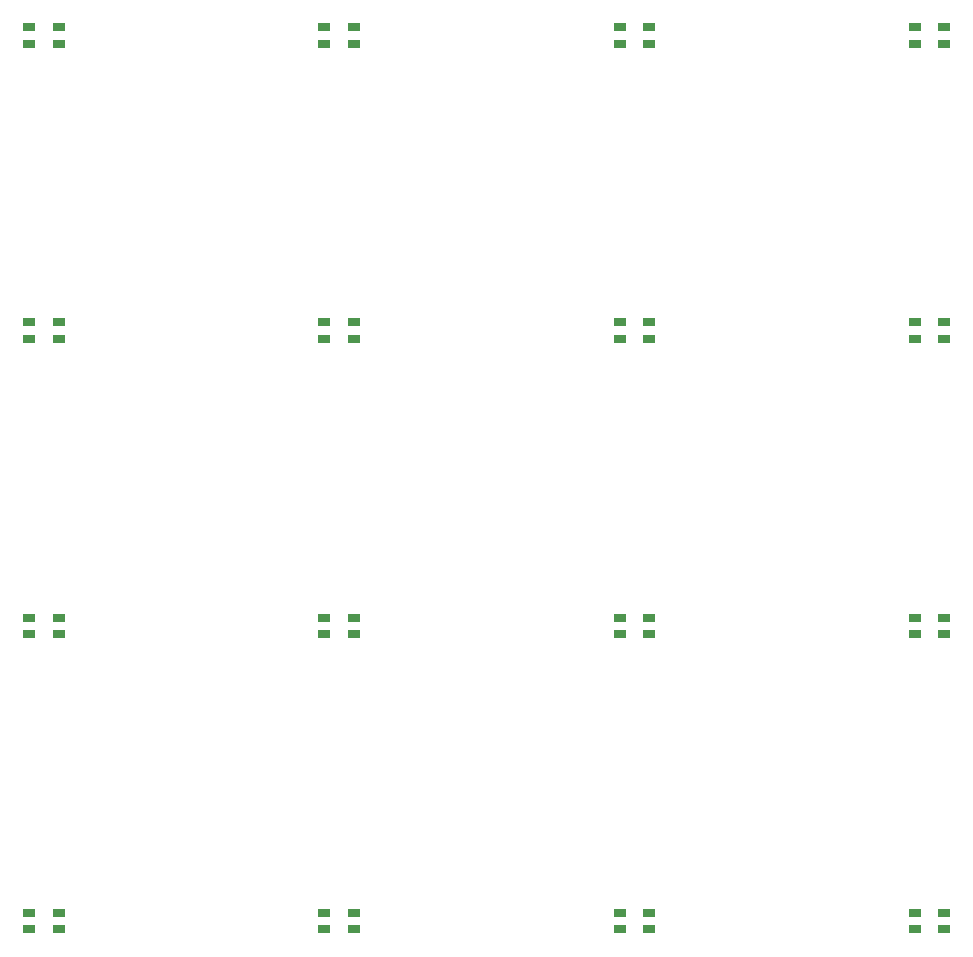
<source format=gtp>
G04 #@! TF.GenerationSoftware,KiCad,Pcbnew,(5.1.4-0-10_14)*
G04 #@! TF.CreationDate,2020-03-20T12:09:45+01:00*
G04 #@! TF.ProjectId,cz-badge-hardware,637a2d62-6164-4676-952d-686172647761,rev?*
G04 #@! TF.SameCoordinates,PX17d7840PY7735940*
G04 #@! TF.FileFunction,Paste,Top*
G04 #@! TF.FilePolarity,Positive*
%FSLAX46Y46*%
G04 Gerber Fmt 4.6, Leading zero omitted, Abs format (unit mm)*
G04 Created by KiCad (PCBNEW (5.1.4-0-10_14)) date 2020-03-20 12:09:45*
%MOMM*%
%LPD*%
G04 APERTURE LIST*
%ADD10R,1.000000X0.800000*%
G04 APERTURE END LIST*
D10*
X86250000Y11800000D03*
X88750000Y11800000D03*
X88750000Y13200000D03*
X86250000Y13200000D03*
X86250000Y36800000D03*
X88750000Y36800000D03*
X88750000Y38200000D03*
X86250000Y38200000D03*
X86250000Y61800000D03*
X88750000Y61800000D03*
X88750000Y63200000D03*
X86250000Y63200000D03*
X86250000Y86800000D03*
X88750000Y86800000D03*
X88750000Y88200000D03*
X86250000Y88200000D03*
X61250000Y11800000D03*
X63750000Y11800000D03*
X63750000Y13200000D03*
X61250000Y13200000D03*
X61250000Y36800000D03*
X63750000Y36800000D03*
X63750000Y38200000D03*
X61250000Y38200000D03*
X61250000Y61800000D03*
X63750000Y61800000D03*
X63750000Y63200000D03*
X61250000Y63200000D03*
X61250000Y86800000D03*
X63750000Y86800000D03*
X63750000Y88200000D03*
X61250000Y88200000D03*
X36250000Y11800000D03*
X38750000Y11800000D03*
X38750000Y13200000D03*
X36250000Y13200000D03*
X36250000Y36800000D03*
X38750000Y36800000D03*
X38750000Y38200000D03*
X36250000Y38200000D03*
X36250000Y61800000D03*
X38750000Y61800000D03*
X38750000Y63200000D03*
X36250000Y63200000D03*
X36250000Y86800000D03*
X38750000Y86800000D03*
X38750000Y88200000D03*
X36250000Y88200000D03*
X11250000Y11800000D03*
X13750000Y11800000D03*
X13750000Y13200000D03*
X11250000Y13200000D03*
X11250000Y36800000D03*
X13750000Y36800000D03*
X13750000Y38200000D03*
X11250000Y38200000D03*
X11250000Y61800000D03*
X13750000Y61800000D03*
X13750000Y63200000D03*
X11250000Y63200000D03*
X11250000Y86800000D03*
X13750000Y86800000D03*
X13750000Y88200000D03*
X11250000Y88200000D03*
M02*

</source>
